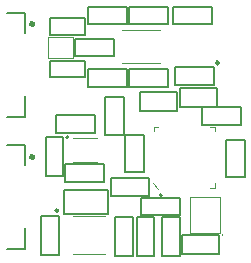
<source format=gbr>
G04*
G04 #@! TF.GenerationSoftware,Altium Limited,Altium Designer,24.7.2 (38)*
G04*
G04 Layer_Color=65535*
%FSLAX25Y25*%
%MOIN*%
G70*
G04*
G04 #@! TF.SameCoordinates,0AE953C0-7C88-47E9-B79E-664DAA7B62C1*
G04*
G04*
G04 #@! TF.FilePolarity,Positive*
G04*
G01*
G75*
%ADD10C,0.00787*%
%ADD11C,0.01039*%
%ADD12C,0.01083*%
%ADD13C,0.01575*%
%ADD14C,0.00394*%
%ADD15C,0.00500*%
%ADD16C,0.00600*%
D10*
X195276Y77165D02*
G03*
X195276Y77165I-394J0D01*
G01*
X164173Y96457D02*
G03*
X164173Y96457I-394J0D01*
G01*
X215553Y63799D02*
G03*
X215553Y63799I-197J0D01*
G01*
D11*
X214291Y121260D02*
G03*
X214291Y121260I-512J0D01*
G01*
D12*
X160512Y72047D02*
G03*
X160512Y72047I-276J0D01*
G01*
D13*
X152284Y89961D02*
G03*
X152284Y89961I-315J0D01*
G01*
Y134252D02*
G03*
X152284Y134252I-315J0D01*
G01*
D14*
X211417Y79528D02*
X212992D01*
Y81102D01*
Y98425D02*
Y100000D01*
X211417D02*
X212992D01*
X192520D02*
X194095D01*
X192520Y98425D02*
Y100000D01*
X192323Y81102D02*
X194095Y79331D01*
X165748Y88189D02*
X173622D01*
X165748Y96063D02*
X173622D01*
X204562Y64574D02*
X214798D01*
Y76385D01*
X204562D02*
X214798D01*
X204562Y64574D02*
Y76385D01*
X181890Y121260D02*
X194488D01*
X181890Y132283D02*
X194488D01*
X165551Y57480D02*
X176181D01*
X165551Y70079D02*
X176181D01*
X165551Y122835D02*
Y129921D01*
X157283D02*
X165551D01*
X157283Y122835D02*
Y129921D01*
Y122835D02*
X165551D01*
D15*
X160039Y103740D02*
X173031D01*
X160039Y97835D02*
Y103740D01*
Y97835D02*
X173031D01*
Y103740D01*
X199803Y113976D02*
X212795D01*
Y119882D01*
X199803D02*
X212795D01*
X199803Y113976D02*
Y119882D01*
X184449Y134055D02*
Y139961D01*
X197441D01*
Y134055D02*
Y139961D01*
X184449Y134055D02*
X197441D01*
X183661D02*
Y139961D01*
X170669Y134055D02*
X183661D01*
X170669D02*
Y139961D01*
X183661D01*
X201260Y112795D02*
X213701D01*
X201260Y106496D02*
X213701D01*
Y112795D01*
X201260Y106496D02*
Y112795D01*
X177362Y70866D02*
Y78740D01*
X162795Y70866D02*
X177362D01*
X162795D02*
Y78740D01*
X177362D01*
X188305Y70468D02*
X201298D01*
Y76374D01*
X188305D02*
X201298D01*
X188305Y70468D02*
Y76374D01*
X178150Y76968D02*
Y82874D01*
X191142D01*
Y76968D02*
Y82874D01*
X178150Y76968D02*
X191142D01*
X208661Y106496D02*
X221654D01*
X208661Y100591D02*
Y106496D01*
Y100591D02*
X221654D01*
Y106496D01*
X200315Y105118D02*
Y111417D01*
X187874Y105118D02*
Y111417D01*
X200315D01*
X187874Y105118D02*
X200315D01*
X212008Y134055D02*
Y139961D01*
X199016Y134055D02*
X212008D01*
X199016D02*
Y139961D01*
X212008D01*
X216535Y83150D02*
X222835D01*
X216535Y95591D02*
X222835D01*
Y83150D02*
Y95591D01*
X216535Y83150D02*
Y95591D01*
X163034Y87496D02*
X176026D01*
X163034Y81590D02*
Y87496D01*
Y81590D02*
X176026D01*
Y87496D01*
X201889Y57579D02*
Y63879D01*
X214330Y57579D02*
Y63879D01*
X201889Y57579D02*
X214330D01*
X201889Y63879D02*
X214330D01*
X201378Y56890D02*
Y69882D01*
X195472D02*
X201378D01*
X195472Y56890D02*
Y69882D01*
Y56890D02*
X201378D01*
X179724Y69882D02*
X185630D01*
Y56890D02*
Y69882D01*
X179724Y56890D02*
X185630D01*
X179724D02*
Y69882D01*
X176378Y109764D02*
X182677D01*
X176378Y97323D02*
X182677D01*
X176378D02*
Y109764D01*
X182677Y97323D02*
Y109764D01*
X186897Y69924D02*
X192802D01*
Y56931D02*
Y69924D01*
X186897Y56931D02*
X192802D01*
X186897D02*
Y69924D01*
X156496Y83661D02*
X162402D01*
X156496D02*
Y96653D01*
X162402D01*
Y83661D02*
Y96653D01*
X160827Y57284D02*
Y70276D01*
X154921D02*
X160827D01*
X154921Y57284D02*
Y70276D01*
Y57284D02*
X160827D01*
X183071Y84724D02*
X189370D01*
X183071Y97165D02*
X189370D01*
Y84724D02*
Y97165D01*
X183071Y84724D02*
Y97165D01*
X184449Y113189D02*
X197441D01*
Y119095D01*
X184449D02*
X197441D01*
X184449Y113189D02*
Y119095D01*
X170669D02*
X183661D01*
X170669Y113189D02*
Y119095D01*
Y113189D02*
X183661D01*
Y119095D01*
X157874Y122047D02*
X169685D01*
X157874Y116535D02*
X169685D01*
Y122047D01*
X157874Y116535D02*
Y122047D01*
Y136221D02*
X169685D01*
X157874Y130709D02*
X169685D01*
Y136221D01*
X157874Y130709D02*
Y136221D01*
X166339Y123425D02*
X179331D01*
Y129331D01*
X166339D02*
X179331D01*
X166339Y123425D02*
Y129331D01*
D16*
X149516Y59333D02*
Y66191D01*
X143611Y59333D02*
X149516D01*
X143611Y94014D02*
X149516D01*
Y87156D02*
Y94014D01*
Y103230D02*
Y110088D01*
X143611Y103230D02*
X149516D01*
X143611Y137911D02*
X149516D01*
Y131053D02*
Y137911D01*
M02*

</source>
